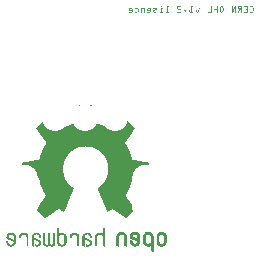
<source format=gbo>
G04 MADE WITH FRITZING*
G04 WWW.FRITZING.ORG*
G04 DOUBLE SIDED*
G04 HOLES PLATED*
G04 CONTOUR ON CENTER OF CONTOUR VECTOR*
%ASAXBY*%
%FSLAX23Y23*%
%MOIN*%
%OFA0B0*%
%SFA1.0B1.0*%
%ADD10R,0.001000X0.001000*%
%LNSILK0*%
G90*
G70*
G54D10*
X843Y1146D02*
X846Y1146D01*
X843Y1145D02*
X846Y1145D01*
X864Y1145D02*
X868Y1145D01*
X899Y1145D02*
X910Y1145D01*
X944Y1145D02*
X951Y1145D01*
X1011Y1145D02*
X1011Y1145D01*
X1020Y1145D02*
X1021Y1145D01*
X1031Y1145D02*
X1032Y1145D01*
X1045Y1145D02*
X1047Y1145D01*
X1081Y1145D02*
X1081Y1145D01*
X1090Y1145D02*
X1093Y1145D01*
X1103Y1145D02*
X1113Y1145D01*
X1121Y1145D02*
X1133Y1145D01*
X1141Y1145D02*
X1148Y1145D01*
X843Y1144D02*
X846Y1144D01*
X863Y1144D02*
X869Y1144D01*
X898Y1144D02*
X911Y1144D01*
X944Y1144D02*
X951Y1144D01*
X1010Y1144D02*
X1012Y1144D01*
X1019Y1144D02*
X1021Y1144D01*
X1030Y1144D02*
X1032Y1144D01*
X1044Y1144D02*
X1048Y1144D01*
X1080Y1144D02*
X1082Y1144D01*
X1090Y1144D02*
X1093Y1144D01*
X1101Y1144D02*
X1113Y1144D01*
X1121Y1144D02*
X1134Y1144D01*
X1141Y1144D02*
X1150Y1144D01*
X843Y1143D02*
X845Y1143D01*
X863Y1143D02*
X868Y1143D01*
X898Y1143D02*
X910Y1143D01*
X944Y1143D02*
X951Y1143D01*
X1010Y1143D02*
X1012Y1143D01*
X1019Y1143D02*
X1021Y1143D01*
X1030Y1143D02*
X1032Y1143D01*
X1043Y1143D02*
X1049Y1143D01*
X1080Y1143D02*
X1082Y1143D01*
X1089Y1143D02*
X1093Y1143D01*
X1101Y1143D02*
X1113Y1143D01*
X1121Y1143D02*
X1134Y1143D01*
X1141Y1143D02*
X1150Y1143D01*
X863Y1142D02*
X865Y1142D01*
X898Y1142D02*
X900Y1142D01*
X944Y1142D02*
X946Y1142D01*
X1010Y1142D02*
X1012Y1142D01*
X1019Y1142D02*
X1021Y1142D01*
X1030Y1142D02*
X1032Y1142D01*
X1043Y1142D02*
X1045Y1142D01*
X1047Y1142D02*
X1050Y1142D01*
X1080Y1142D02*
X1082Y1142D01*
X1089Y1142D02*
X1093Y1142D01*
X1100Y1142D02*
X1103Y1142D01*
X1111Y1142D02*
X1113Y1142D01*
X1132Y1142D02*
X1134Y1142D01*
X1149Y1142D02*
X1151Y1142D01*
X863Y1141D02*
X865Y1141D01*
X898Y1141D02*
X900Y1141D01*
X944Y1141D02*
X946Y1141D01*
X1010Y1141D02*
X1012Y1141D01*
X1019Y1141D02*
X1021Y1141D01*
X1030Y1141D02*
X1032Y1141D01*
X1042Y1141D02*
X1044Y1141D01*
X1048Y1141D02*
X1050Y1141D01*
X1080Y1141D02*
X1082Y1141D01*
X1088Y1141D02*
X1093Y1141D01*
X1100Y1141D02*
X1102Y1141D01*
X1111Y1141D02*
X1113Y1141D01*
X1132Y1141D02*
X1134Y1141D01*
X1149Y1141D02*
X1151Y1141D01*
X863Y1140D02*
X865Y1140D01*
X898Y1140D02*
X900Y1140D01*
X944Y1140D02*
X946Y1140D01*
X1010Y1140D02*
X1012Y1140D01*
X1019Y1140D02*
X1021Y1140D01*
X1030Y1140D02*
X1032Y1140D01*
X1042Y1140D02*
X1044Y1140D01*
X1048Y1140D02*
X1051Y1140D01*
X1080Y1140D02*
X1082Y1140D01*
X1088Y1140D02*
X1093Y1140D01*
X1100Y1140D02*
X1102Y1140D01*
X1111Y1140D02*
X1113Y1140D01*
X1132Y1140D02*
X1134Y1140D01*
X1150Y1140D02*
X1152Y1140D01*
X739Y1139D02*
X746Y1139D01*
X757Y1139D02*
X764Y1139D01*
X779Y1139D02*
X783Y1139D01*
X788Y1139D02*
X789Y1139D01*
X800Y1139D02*
X806Y1139D01*
X819Y1139D02*
X828Y1139D01*
X843Y1139D02*
X848Y1139D01*
X863Y1139D02*
X865Y1139D01*
X898Y1139D02*
X900Y1139D01*
X944Y1139D02*
X946Y1139D01*
X959Y1139D02*
X960Y1139D01*
X970Y1139D02*
X971Y1139D01*
X1010Y1139D02*
X1012Y1139D01*
X1019Y1139D02*
X1021Y1139D01*
X1030Y1139D02*
X1032Y1139D01*
X1041Y1139D02*
X1043Y1139D01*
X1049Y1139D02*
X1051Y1139D01*
X1080Y1139D02*
X1082Y1139D01*
X1087Y1139D02*
X1093Y1139D01*
X1100Y1139D02*
X1103Y1139D01*
X1111Y1139D02*
X1113Y1139D01*
X1132Y1139D02*
X1134Y1139D01*
X1150Y1139D02*
X1152Y1139D01*
X738Y1138D02*
X747Y1138D01*
X756Y1138D02*
X766Y1138D01*
X778Y1138D02*
X785Y1138D01*
X788Y1138D02*
X789Y1138D01*
X799Y1138D02*
X808Y1138D01*
X818Y1138D02*
X829Y1138D01*
X843Y1138D02*
X849Y1138D01*
X863Y1138D02*
X865Y1138D01*
X898Y1138D02*
X900Y1138D01*
X944Y1138D02*
X946Y1138D01*
X959Y1138D02*
X960Y1138D01*
X970Y1138D02*
X972Y1138D01*
X1010Y1138D02*
X1012Y1138D01*
X1019Y1138D02*
X1021Y1138D01*
X1030Y1138D02*
X1032Y1138D01*
X1041Y1138D02*
X1043Y1138D01*
X1049Y1138D02*
X1052Y1138D01*
X1080Y1138D02*
X1082Y1138D01*
X1087Y1138D02*
X1089Y1138D01*
X1091Y1138D02*
X1093Y1138D01*
X1101Y1138D02*
X1113Y1138D01*
X1132Y1138D02*
X1134Y1138D01*
X1151Y1138D02*
X1153Y1138D01*
X737Y1137D02*
X748Y1137D01*
X757Y1137D02*
X767Y1137D01*
X777Y1137D02*
X789Y1137D01*
X798Y1137D02*
X809Y1137D01*
X817Y1137D02*
X829Y1137D01*
X843Y1137D02*
X848Y1137D01*
X863Y1137D02*
X865Y1137D01*
X898Y1137D02*
X900Y1137D01*
X944Y1137D02*
X946Y1137D01*
X959Y1137D02*
X960Y1137D01*
X970Y1137D02*
X972Y1137D01*
X1010Y1137D02*
X1012Y1137D01*
X1019Y1137D02*
X1021Y1137D01*
X1030Y1137D02*
X1032Y1137D01*
X1040Y1137D02*
X1042Y1137D01*
X1050Y1137D02*
X1052Y1137D01*
X1080Y1137D02*
X1082Y1137D01*
X1087Y1137D02*
X1089Y1137D01*
X1091Y1137D02*
X1093Y1137D01*
X1101Y1137D02*
X1113Y1137D01*
X1132Y1137D02*
X1134Y1137D01*
X1151Y1137D02*
X1153Y1137D01*
X736Y1136D02*
X739Y1136D01*
X746Y1136D02*
X748Y1136D01*
X765Y1136D02*
X768Y1136D01*
X777Y1136D02*
X779Y1136D01*
X784Y1136D02*
X789Y1136D01*
X797Y1136D02*
X799Y1136D01*
X807Y1136D02*
X809Y1136D01*
X818Y1136D02*
X819Y1136D01*
X828Y1136D02*
X829Y1136D01*
X843Y1136D02*
X845Y1136D01*
X863Y1136D02*
X865Y1136D01*
X898Y1136D02*
X900Y1136D01*
X944Y1136D02*
X946Y1136D01*
X959Y1136D02*
X960Y1136D01*
X970Y1136D02*
X972Y1136D01*
X1010Y1136D02*
X1012Y1136D01*
X1019Y1136D02*
X1022Y1136D01*
X1030Y1136D02*
X1032Y1136D01*
X1040Y1136D02*
X1042Y1136D01*
X1050Y1136D02*
X1052Y1136D01*
X1080Y1136D02*
X1082Y1136D01*
X1086Y1136D02*
X1088Y1136D01*
X1091Y1136D02*
X1093Y1136D01*
X1103Y1136D02*
X1113Y1136D01*
X1131Y1136D02*
X1134Y1136D01*
X1152Y1136D02*
X1154Y1136D01*
X736Y1135D02*
X738Y1135D01*
X747Y1135D02*
X749Y1135D01*
X766Y1135D02*
X769Y1135D01*
X777Y1135D02*
X779Y1135D01*
X786Y1135D02*
X789Y1135D01*
X797Y1135D02*
X799Y1135D01*
X808Y1135D02*
X810Y1135D01*
X827Y1135D02*
X829Y1135D01*
X843Y1135D02*
X845Y1135D01*
X863Y1135D02*
X865Y1135D01*
X898Y1135D02*
X910Y1135D01*
X944Y1135D02*
X946Y1135D01*
X959Y1135D02*
X961Y1135D01*
X969Y1135D02*
X971Y1135D01*
X1010Y1135D02*
X1012Y1135D01*
X1019Y1135D02*
X1032Y1135D01*
X1040Y1135D02*
X1042Y1135D01*
X1051Y1135D02*
X1052Y1135D01*
X1080Y1135D02*
X1082Y1135D01*
X1086Y1135D02*
X1088Y1135D01*
X1091Y1135D02*
X1093Y1135D01*
X1106Y1135D02*
X1108Y1135D01*
X1111Y1135D02*
X1113Y1135D01*
X1126Y1135D02*
X1134Y1135D01*
X1152Y1135D02*
X1154Y1135D01*
X736Y1134D02*
X738Y1134D01*
X747Y1134D02*
X749Y1134D01*
X767Y1134D02*
X769Y1134D01*
X777Y1134D02*
X779Y1134D01*
X787Y1134D02*
X789Y1134D01*
X797Y1134D02*
X798Y1134D01*
X808Y1134D02*
X810Y1134D01*
X824Y1134D02*
X829Y1134D01*
X843Y1134D02*
X845Y1134D01*
X863Y1134D02*
X865Y1134D01*
X899Y1134D02*
X911Y1134D01*
X944Y1134D02*
X946Y1134D01*
X959Y1134D02*
X961Y1134D01*
X969Y1134D02*
X971Y1134D01*
X1010Y1134D02*
X1012Y1134D01*
X1019Y1134D02*
X1032Y1134D01*
X1040Y1134D02*
X1042Y1134D01*
X1051Y1134D02*
X1052Y1134D01*
X1080Y1134D02*
X1082Y1134D01*
X1085Y1134D02*
X1087Y1134D01*
X1091Y1134D02*
X1093Y1134D01*
X1105Y1134D02*
X1108Y1134D01*
X1111Y1134D02*
X1113Y1134D01*
X1126Y1134D02*
X1134Y1134D01*
X1152Y1134D02*
X1154Y1134D01*
X736Y1133D02*
X738Y1133D01*
X747Y1133D02*
X749Y1133D01*
X767Y1133D02*
X769Y1133D01*
X777Y1133D02*
X778Y1133D01*
X787Y1133D02*
X789Y1133D01*
X797Y1133D02*
X798Y1133D01*
X808Y1133D02*
X810Y1133D01*
X822Y1133D02*
X828Y1133D01*
X843Y1133D02*
X845Y1133D01*
X863Y1133D02*
X865Y1133D01*
X909Y1133D02*
X911Y1133D01*
X939Y1133D02*
X940Y1133D01*
X944Y1133D02*
X946Y1133D01*
X960Y1133D02*
X962Y1133D01*
X968Y1133D02*
X970Y1133D01*
X1010Y1133D02*
X1012Y1133D01*
X1019Y1133D02*
X1021Y1133D01*
X1030Y1133D02*
X1032Y1133D01*
X1040Y1133D02*
X1042Y1133D01*
X1050Y1133D02*
X1052Y1133D01*
X1080Y1133D02*
X1082Y1133D01*
X1085Y1133D02*
X1087Y1133D01*
X1091Y1133D02*
X1093Y1133D01*
X1105Y1133D02*
X1107Y1133D01*
X1111Y1133D02*
X1113Y1133D01*
X1131Y1133D02*
X1134Y1133D01*
X1152Y1133D02*
X1154Y1133D01*
X736Y1132D02*
X749Y1132D01*
X767Y1132D02*
X769Y1132D01*
X777Y1132D02*
X778Y1132D01*
X787Y1132D02*
X789Y1132D01*
X797Y1132D02*
X810Y1132D01*
X820Y1132D02*
X826Y1132D01*
X843Y1132D02*
X845Y1132D01*
X863Y1132D02*
X865Y1132D01*
X909Y1132D02*
X911Y1132D01*
X923Y1132D02*
X926Y1132D01*
X938Y1132D02*
X940Y1132D01*
X944Y1132D02*
X946Y1132D01*
X960Y1132D02*
X962Y1132D01*
X968Y1132D02*
X970Y1132D01*
X1010Y1132D02*
X1012Y1132D01*
X1019Y1132D02*
X1021Y1132D01*
X1030Y1132D02*
X1032Y1132D01*
X1040Y1132D02*
X1042Y1132D01*
X1050Y1132D02*
X1052Y1132D01*
X1080Y1132D02*
X1082Y1132D01*
X1084Y1132D02*
X1087Y1132D01*
X1091Y1132D02*
X1093Y1132D01*
X1104Y1132D02*
X1106Y1132D01*
X1111Y1132D02*
X1113Y1132D01*
X1132Y1132D02*
X1134Y1132D01*
X1151Y1132D02*
X1153Y1132D01*
X736Y1131D02*
X749Y1131D01*
X767Y1131D02*
X769Y1131D01*
X777Y1131D02*
X778Y1131D01*
X787Y1131D02*
X789Y1131D01*
X797Y1131D02*
X810Y1131D01*
X818Y1131D02*
X824Y1131D01*
X843Y1131D02*
X845Y1131D01*
X863Y1131D02*
X865Y1131D01*
X909Y1131D02*
X911Y1131D01*
X922Y1131D02*
X927Y1131D01*
X938Y1131D02*
X940Y1131D01*
X944Y1131D02*
X946Y1131D01*
X961Y1131D02*
X963Y1131D01*
X968Y1131D02*
X970Y1131D01*
X1010Y1131D02*
X1012Y1131D01*
X1019Y1131D02*
X1021Y1131D01*
X1030Y1131D02*
X1032Y1131D01*
X1041Y1131D02*
X1043Y1131D01*
X1049Y1131D02*
X1052Y1131D01*
X1080Y1131D02*
X1082Y1131D01*
X1084Y1131D02*
X1086Y1131D01*
X1091Y1131D02*
X1093Y1131D01*
X1104Y1131D02*
X1106Y1131D01*
X1111Y1131D02*
X1113Y1131D01*
X1132Y1131D02*
X1134Y1131D01*
X1151Y1131D02*
X1153Y1131D01*
X736Y1130D02*
X749Y1130D01*
X767Y1130D02*
X769Y1130D01*
X777Y1130D02*
X778Y1130D01*
X787Y1130D02*
X789Y1130D01*
X797Y1130D02*
X810Y1130D01*
X818Y1130D02*
X821Y1130D01*
X843Y1130D02*
X845Y1130D01*
X863Y1130D02*
X865Y1130D01*
X909Y1130D02*
X911Y1130D01*
X922Y1130D02*
X927Y1130D01*
X938Y1130D02*
X940Y1130D01*
X944Y1130D02*
X946Y1130D01*
X961Y1130D02*
X963Y1130D01*
X967Y1130D02*
X969Y1130D01*
X1010Y1130D02*
X1012Y1130D01*
X1019Y1130D02*
X1021Y1130D01*
X1030Y1130D02*
X1032Y1130D01*
X1041Y1130D02*
X1043Y1130D01*
X1049Y1130D02*
X1051Y1130D01*
X1080Y1130D02*
X1082Y1130D01*
X1084Y1130D02*
X1086Y1130D01*
X1091Y1130D02*
X1093Y1130D01*
X1103Y1130D02*
X1105Y1130D01*
X1111Y1130D02*
X1113Y1130D01*
X1132Y1130D02*
X1134Y1130D01*
X1150Y1130D02*
X1152Y1130D01*
X747Y1129D02*
X749Y1129D01*
X767Y1129D02*
X769Y1129D01*
X777Y1129D02*
X778Y1129D01*
X787Y1129D02*
X789Y1129D01*
X808Y1129D02*
X810Y1129D01*
X817Y1129D02*
X819Y1129D01*
X843Y1129D02*
X845Y1129D01*
X863Y1129D02*
X865Y1129D01*
X909Y1129D02*
X911Y1129D01*
X922Y1129D02*
X927Y1129D01*
X938Y1129D02*
X940Y1129D01*
X944Y1129D02*
X946Y1129D01*
X961Y1129D02*
X963Y1129D01*
X967Y1129D02*
X969Y1129D01*
X1010Y1129D02*
X1012Y1129D01*
X1019Y1129D02*
X1021Y1129D01*
X1030Y1129D02*
X1032Y1129D01*
X1042Y1129D02*
X1044Y1129D01*
X1048Y1129D02*
X1051Y1129D01*
X1080Y1129D02*
X1085Y1129D01*
X1091Y1129D02*
X1093Y1129D01*
X1102Y1129D02*
X1105Y1129D01*
X1111Y1129D02*
X1113Y1129D01*
X1132Y1129D02*
X1134Y1129D01*
X1150Y1129D02*
X1152Y1129D01*
X747Y1128D02*
X749Y1128D01*
X766Y1128D02*
X769Y1128D01*
X777Y1128D02*
X778Y1128D01*
X787Y1128D02*
X789Y1128D01*
X808Y1128D02*
X809Y1128D01*
X817Y1128D02*
X819Y1128D01*
X843Y1128D02*
X845Y1128D01*
X863Y1128D02*
X865Y1128D01*
X909Y1128D02*
X911Y1128D01*
X923Y1128D02*
X927Y1128D01*
X938Y1128D02*
X940Y1128D01*
X944Y1128D02*
X946Y1128D01*
X962Y1128D02*
X964Y1128D01*
X966Y1128D02*
X968Y1128D01*
X1010Y1128D02*
X1012Y1128D01*
X1019Y1128D02*
X1021Y1128D01*
X1030Y1128D02*
X1032Y1128D01*
X1042Y1128D02*
X1044Y1128D01*
X1048Y1128D02*
X1050Y1128D01*
X1080Y1128D02*
X1085Y1128D01*
X1091Y1128D02*
X1093Y1128D01*
X1102Y1128D02*
X1104Y1128D01*
X1111Y1128D02*
X1113Y1128D01*
X1132Y1128D02*
X1134Y1128D01*
X1149Y1128D02*
X1151Y1128D01*
X746Y1127D02*
X748Y1127D01*
X765Y1127D02*
X768Y1127D01*
X776Y1127D02*
X778Y1127D01*
X787Y1127D02*
X789Y1127D01*
X807Y1127D02*
X809Y1127D01*
X817Y1127D02*
X819Y1127D01*
X828Y1127D02*
X829Y1127D01*
X843Y1127D02*
X845Y1127D01*
X863Y1127D02*
X865Y1127D01*
X909Y1127D02*
X911Y1127D01*
X938Y1127D02*
X940Y1127D01*
X944Y1127D02*
X946Y1127D01*
X962Y1127D02*
X968Y1127D01*
X1010Y1127D02*
X1012Y1127D01*
X1019Y1127D02*
X1021Y1127D01*
X1030Y1127D02*
X1032Y1127D01*
X1043Y1127D02*
X1045Y1127D01*
X1047Y1127D02*
X1050Y1127D01*
X1080Y1127D02*
X1084Y1127D01*
X1091Y1127D02*
X1093Y1127D01*
X1101Y1127D02*
X1104Y1127D01*
X1111Y1127D02*
X1113Y1127D01*
X1132Y1127D02*
X1134Y1127D01*
X1148Y1127D02*
X1151Y1127D01*
X736Y1126D02*
X748Y1126D01*
X757Y1126D02*
X767Y1126D01*
X776Y1126D02*
X778Y1126D01*
X787Y1126D02*
X789Y1126D01*
X797Y1126D02*
X809Y1126D01*
X817Y1126D02*
X830Y1126D01*
X839Y1126D02*
X848Y1126D01*
X859Y1126D02*
X868Y1126D01*
X898Y1126D02*
X911Y1126D01*
X938Y1126D02*
X951Y1126D01*
X963Y1126D02*
X967Y1126D01*
X1000Y1126D02*
X1012Y1126D01*
X1019Y1126D02*
X1021Y1126D01*
X1030Y1126D02*
X1032Y1126D01*
X1043Y1126D02*
X1049Y1126D01*
X1080Y1126D02*
X1084Y1126D01*
X1091Y1126D02*
X1093Y1126D01*
X1101Y1126D02*
X1103Y1126D01*
X1111Y1126D02*
X1113Y1126D01*
X1121Y1126D02*
X1134Y1126D01*
X1141Y1126D02*
X1150Y1126D01*
X736Y1125D02*
X747Y1125D01*
X756Y1125D02*
X766Y1125D01*
X776Y1125D02*
X778Y1125D01*
X788Y1125D02*
X789Y1125D01*
X797Y1125D02*
X808Y1125D01*
X818Y1125D02*
X829Y1125D01*
X839Y1125D02*
X849Y1125D01*
X859Y1125D02*
X869Y1125D01*
X898Y1125D02*
X911Y1125D01*
X938Y1125D02*
X951Y1125D01*
X963Y1125D02*
X967Y1125D01*
X999Y1125D02*
X1012Y1125D01*
X1019Y1125D02*
X1021Y1125D01*
X1031Y1125D02*
X1032Y1125D01*
X1044Y1125D02*
X1048Y1125D01*
X1080Y1125D02*
X1083Y1125D01*
X1091Y1125D02*
X1093Y1125D01*
X1100Y1125D02*
X1102Y1125D01*
X1111Y1125D02*
X1113Y1125D01*
X1121Y1125D02*
X1134Y1125D01*
X1141Y1125D02*
X1150Y1125D01*
X737Y1124D02*
X745Y1124D01*
X757Y1124D02*
X764Y1124D01*
X777Y1124D02*
X778Y1124D01*
X788Y1124D02*
X789Y1124D01*
X797Y1124D02*
X806Y1124D01*
X820Y1124D02*
X827Y1124D01*
X839Y1124D02*
X848Y1124D01*
X859Y1124D02*
X868Y1124D01*
X898Y1124D02*
X911Y1124D01*
X939Y1124D02*
X951Y1124D01*
X964Y1124D02*
X966Y1124D01*
X1000Y1124D02*
X1012Y1124D01*
X1020Y1124D02*
X1021Y1124D01*
X1031Y1124D02*
X1032Y1124D01*
X1045Y1124D02*
X1047Y1124D01*
X1080Y1124D02*
X1083Y1124D01*
X1092Y1124D02*
X1092Y1124D01*
X1101Y1124D02*
X1102Y1124D01*
X1112Y1124D02*
X1113Y1124D01*
X1121Y1124D02*
X1133Y1124D01*
X1141Y1124D02*
X1148Y1124D01*
X572Y815D02*
X575Y815D01*
X605Y815D02*
X612Y815D01*
X572Y814D02*
X572Y814D01*
X608Y814D02*
X613Y814D01*
X610Y813D02*
X613Y813D01*
X612Y812D02*
X613Y812D01*
X613Y811D02*
X613Y811D01*
X733Y762D02*
X733Y762D01*
X732Y761D02*
X734Y761D01*
X732Y760D02*
X735Y760D01*
X732Y759D02*
X736Y759D01*
X448Y758D02*
X448Y758D01*
X731Y758D02*
X737Y758D01*
X447Y757D02*
X449Y757D01*
X731Y757D02*
X738Y757D01*
X446Y756D02*
X449Y756D01*
X731Y756D02*
X739Y756D01*
X445Y755D02*
X450Y755D01*
X730Y755D02*
X740Y755D01*
X444Y754D02*
X450Y754D01*
X730Y754D02*
X741Y754D01*
X443Y753D02*
X450Y753D01*
X629Y753D02*
X633Y753D01*
X729Y753D02*
X742Y753D01*
X442Y752D02*
X451Y752D01*
X548Y752D02*
X551Y752D01*
X629Y752D02*
X637Y752D01*
X729Y752D02*
X743Y752D01*
X441Y751D02*
X452Y751D01*
X545Y751D02*
X552Y751D01*
X628Y751D02*
X640Y751D01*
X728Y751D02*
X744Y751D01*
X440Y750D02*
X452Y750D01*
X542Y750D02*
X552Y750D01*
X627Y750D02*
X643Y750D01*
X727Y750D02*
X745Y750D01*
X439Y749D02*
X453Y749D01*
X539Y749D02*
X553Y749D01*
X627Y749D02*
X646Y749D01*
X727Y749D02*
X746Y749D01*
X438Y748D02*
X454Y748D01*
X536Y748D02*
X554Y748D01*
X626Y748D02*
X648Y748D01*
X726Y748D02*
X747Y748D01*
X437Y747D02*
X454Y747D01*
X534Y747D02*
X554Y747D01*
X625Y747D02*
X651Y747D01*
X725Y747D02*
X748Y747D01*
X436Y746D02*
X455Y746D01*
X531Y746D02*
X555Y746D01*
X625Y746D02*
X653Y746D01*
X725Y746D02*
X749Y746D01*
X435Y745D02*
X456Y745D01*
X529Y745D02*
X556Y745D01*
X624Y745D02*
X656Y745D01*
X724Y745D02*
X750Y745D01*
X434Y744D02*
X457Y744D01*
X527Y744D02*
X557Y744D01*
X623Y744D02*
X657Y744D01*
X723Y744D02*
X751Y744D01*
X433Y743D02*
X458Y743D01*
X525Y743D02*
X558Y743D01*
X622Y743D02*
X658Y743D01*
X722Y743D02*
X752Y743D01*
X432Y742D02*
X459Y742D01*
X523Y742D02*
X559Y742D01*
X621Y742D02*
X659Y742D01*
X721Y742D02*
X753Y742D01*
X431Y741D02*
X460Y741D01*
X521Y741D02*
X560Y741D01*
X620Y741D02*
X660Y741D01*
X720Y741D02*
X754Y741D01*
X430Y740D02*
X461Y740D01*
X519Y740D02*
X561Y740D01*
X619Y740D02*
X661Y740D01*
X719Y740D02*
X755Y740D01*
X429Y739D02*
X462Y739D01*
X518Y739D02*
X562Y739D01*
X618Y739D02*
X662Y739D01*
X718Y739D02*
X756Y739D01*
X428Y738D02*
X464Y738D01*
X516Y738D02*
X564Y738D01*
X616Y738D02*
X664Y738D01*
X716Y738D02*
X756Y738D01*
X429Y737D02*
X465Y737D01*
X515Y737D02*
X565Y737D01*
X615Y737D02*
X665Y737D01*
X715Y737D02*
X756Y737D01*
X430Y736D02*
X467Y736D01*
X513Y736D02*
X567Y736D01*
X613Y736D02*
X667Y736D01*
X713Y736D02*
X755Y736D01*
X430Y735D02*
X468Y735D01*
X512Y735D02*
X568Y735D01*
X612Y735D02*
X668Y735D01*
X712Y735D02*
X754Y735D01*
X431Y734D02*
X470Y734D01*
X510Y734D02*
X570Y734D01*
X610Y734D02*
X670Y734D01*
X710Y734D02*
X754Y734D01*
X432Y733D02*
X472Y733D01*
X508Y733D02*
X572Y733D01*
X608Y733D02*
X672Y733D01*
X708Y733D02*
X753Y733D01*
X433Y732D02*
X475Y732D01*
X505Y732D02*
X575Y732D01*
X605Y732D02*
X675Y732D01*
X705Y732D02*
X752Y732D01*
X433Y731D02*
X478Y731D01*
X501Y731D02*
X578Y731D01*
X601Y731D02*
X678Y731D01*
X701Y731D02*
X751Y731D01*
X434Y730D02*
X483Y730D01*
X496Y730D02*
X583Y730D01*
X596Y730D02*
X683Y730D01*
X696Y730D02*
X751Y730D01*
X435Y729D02*
X750Y729D01*
X435Y728D02*
X749Y728D01*
X436Y727D02*
X749Y727D01*
X437Y726D02*
X748Y726D01*
X437Y725D02*
X747Y725D01*
X438Y724D02*
X747Y724D01*
X439Y723D02*
X746Y723D01*
X439Y722D02*
X745Y722D01*
X440Y721D02*
X745Y721D01*
X441Y720D02*
X744Y720D01*
X441Y719D02*
X743Y719D01*
X442Y718D02*
X743Y718D01*
X443Y717D02*
X742Y717D01*
X443Y716D02*
X741Y716D01*
X444Y715D02*
X741Y715D01*
X445Y714D02*
X740Y714D01*
X446Y713D02*
X739Y713D01*
X446Y712D02*
X738Y712D01*
X447Y711D02*
X738Y711D01*
X448Y710D02*
X737Y710D01*
X448Y709D02*
X736Y709D01*
X449Y708D02*
X736Y708D01*
X450Y707D02*
X735Y707D01*
X450Y706D02*
X734Y706D01*
X451Y705D02*
X734Y705D01*
X452Y704D02*
X733Y704D01*
X452Y703D02*
X732Y703D01*
X453Y702D02*
X732Y702D01*
X454Y701D02*
X731Y701D01*
X454Y700D02*
X730Y700D01*
X455Y699D02*
X730Y699D01*
X456Y698D02*
X729Y698D01*
X457Y697D02*
X728Y697D01*
X457Y696D02*
X727Y696D01*
X458Y695D02*
X727Y695D01*
X459Y694D02*
X726Y694D01*
X459Y693D02*
X725Y693D01*
X460Y692D02*
X725Y692D01*
X461Y691D02*
X724Y691D01*
X461Y690D02*
X723Y690D01*
X462Y689D02*
X723Y689D01*
X461Y688D02*
X724Y688D01*
X461Y687D02*
X724Y687D01*
X460Y686D02*
X725Y686D01*
X459Y685D02*
X725Y685D01*
X459Y684D02*
X726Y684D01*
X458Y683D02*
X727Y683D01*
X457Y682D02*
X727Y682D01*
X457Y681D02*
X728Y681D01*
X456Y680D02*
X728Y680D01*
X456Y679D02*
X729Y679D01*
X455Y678D02*
X589Y678D01*
X595Y678D02*
X730Y678D01*
X454Y677D02*
X579Y677D01*
X605Y677D02*
X730Y677D01*
X454Y676D02*
X574Y676D01*
X610Y676D02*
X731Y676D01*
X453Y675D02*
X570Y675D01*
X614Y675D02*
X731Y675D01*
X453Y674D02*
X567Y674D01*
X617Y674D02*
X732Y674D01*
X452Y673D02*
X565Y673D01*
X620Y673D02*
X732Y673D01*
X452Y672D02*
X562Y672D01*
X623Y672D02*
X733Y672D01*
X451Y671D02*
X560Y671D01*
X625Y671D02*
X733Y671D01*
X451Y670D02*
X558Y670D01*
X627Y670D02*
X734Y670D01*
X450Y669D02*
X556Y669D01*
X629Y669D02*
X734Y669D01*
X450Y668D02*
X554Y668D01*
X631Y668D02*
X735Y668D01*
X449Y667D02*
X552Y667D01*
X632Y667D02*
X735Y667D01*
X449Y666D02*
X551Y666D01*
X634Y666D02*
X736Y666D01*
X448Y665D02*
X549Y665D01*
X635Y665D02*
X736Y665D01*
X448Y664D02*
X548Y664D01*
X637Y664D02*
X737Y664D01*
X448Y663D02*
X547Y663D01*
X638Y663D02*
X737Y663D01*
X447Y662D02*
X545Y662D01*
X639Y662D02*
X738Y662D01*
X447Y661D02*
X544Y661D01*
X641Y661D02*
X738Y661D01*
X446Y660D02*
X543Y660D01*
X642Y660D02*
X738Y660D01*
X446Y659D02*
X542Y659D01*
X643Y659D02*
X739Y659D01*
X446Y658D02*
X541Y658D01*
X644Y658D02*
X739Y658D01*
X445Y657D02*
X539Y657D01*
X645Y657D02*
X740Y657D01*
X445Y656D02*
X538Y656D01*
X646Y656D02*
X740Y656D01*
X444Y655D02*
X537Y655D01*
X647Y655D02*
X740Y655D01*
X444Y654D02*
X537Y654D01*
X648Y654D02*
X741Y654D01*
X444Y653D02*
X536Y653D01*
X649Y653D02*
X741Y653D01*
X443Y652D02*
X535Y652D01*
X650Y652D02*
X741Y652D01*
X443Y651D02*
X534Y651D01*
X651Y651D02*
X742Y651D01*
X443Y650D02*
X533Y650D01*
X652Y650D02*
X742Y650D01*
X442Y649D02*
X532Y649D01*
X652Y649D02*
X742Y649D01*
X442Y648D02*
X532Y648D01*
X653Y648D02*
X743Y648D01*
X442Y647D02*
X531Y647D01*
X654Y647D02*
X743Y647D01*
X441Y646D02*
X530Y646D01*
X655Y646D02*
X743Y646D01*
X441Y645D02*
X529Y645D01*
X655Y645D02*
X744Y645D01*
X441Y644D02*
X529Y644D01*
X656Y644D02*
X744Y644D01*
X441Y643D02*
X528Y643D01*
X657Y643D02*
X744Y643D01*
X440Y642D02*
X527Y642D01*
X657Y642D02*
X744Y642D01*
X440Y641D02*
X527Y641D01*
X658Y641D02*
X745Y641D01*
X440Y640D02*
X526Y640D01*
X658Y640D02*
X745Y640D01*
X439Y639D02*
X526Y639D01*
X659Y639D02*
X745Y639D01*
X439Y638D02*
X525Y638D01*
X660Y638D02*
X745Y638D01*
X439Y637D02*
X525Y637D01*
X660Y637D02*
X746Y637D01*
X439Y636D02*
X524Y636D01*
X661Y636D02*
X746Y636D01*
X438Y635D02*
X524Y635D01*
X661Y635D02*
X746Y635D01*
X438Y634D02*
X523Y634D01*
X662Y634D02*
X747Y634D01*
X432Y633D02*
X523Y633D01*
X662Y633D02*
X752Y633D01*
X427Y632D02*
X522Y632D01*
X663Y632D02*
X758Y632D01*
X422Y631D02*
X522Y631D01*
X663Y631D02*
X763Y631D01*
X416Y630D02*
X521Y630D01*
X663Y630D02*
X768Y630D01*
X411Y629D02*
X521Y629D01*
X664Y629D02*
X774Y629D01*
X405Y628D02*
X521Y628D01*
X664Y628D02*
X779Y628D01*
X400Y627D02*
X520Y627D01*
X664Y627D02*
X785Y627D01*
X395Y626D02*
X520Y626D01*
X665Y626D02*
X790Y626D01*
X389Y625D02*
X520Y625D01*
X665Y625D02*
X795Y625D01*
X384Y624D02*
X519Y624D01*
X665Y624D02*
X801Y624D01*
X380Y623D02*
X519Y623D01*
X666Y623D02*
X804Y623D01*
X380Y622D02*
X519Y622D01*
X666Y622D02*
X804Y622D01*
X380Y621D02*
X519Y621D01*
X666Y621D02*
X804Y621D01*
X380Y620D02*
X518Y620D01*
X666Y620D02*
X804Y620D01*
X380Y619D02*
X518Y619D01*
X667Y619D02*
X804Y619D01*
X380Y618D02*
X518Y618D01*
X667Y618D02*
X804Y618D01*
X380Y617D02*
X518Y617D01*
X667Y617D02*
X804Y617D01*
X380Y616D02*
X517Y616D01*
X667Y616D02*
X804Y616D01*
X380Y615D02*
X381Y615D01*
X399Y615D02*
X517Y615D01*
X667Y615D02*
X781Y615D01*
X799Y615D02*
X804Y615D01*
X403Y614D02*
X517Y614D01*
X668Y614D02*
X777Y614D01*
X803Y614D02*
X804Y614D01*
X406Y613D02*
X517Y613D01*
X668Y613D02*
X774Y613D01*
X408Y612D02*
X517Y612D01*
X668Y612D02*
X771Y612D01*
X410Y611D02*
X517Y611D01*
X668Y611D02*
X769Y611D01*
X412Y610D02*
X517Y610D01*
X668Y610D02*
X768Y610D01*
X414Y609D02*
X517Y609D01*
X668Y609D02*
X766Y609D01*
X415Y608D02*
X516Y608D01*
X668Y608D02*
X765Y608D01*
X416Y607D02*
X516Y607D01*
X668Y607D02*
X763Y607D01*
X418Y606D02*
X516Y606D01*
X668Y606D02*
X762Y606D01*
X419Y605D02*
X516Y605D01*
X668Y605D02*
X761Y605D01*
X420Y604D02*
X516Y604D01*
X668Y604D02*
X760Y604D01*
X421Y603D02*
X516Y603D01*
X668Y603D02*
X759Y603D01*
X422Y602D02*
X516Y602D01*
X669Y602D02*
X758Y602D01*
X423Y601D02*
X516Y601D01*
X668Y601D02*
X757Y601D01*
X424Y600D02*
X516Y600D01*
X668Y600D02*
X756Y600D01*
X424Y599D02*
X516Y599D01*
X668Y599D02*
X755Y599D01*
X425Y598D02*
X516Y598D01*
X668Y598D02*
X755Y598D01*
X426Y597D02*
X516Y597D01*
X668Y597D02*
X754Y597D01*
X426Y596D02*
X516Y596D01*
X668Y596D02*
X753Y596D01*
X427Y595D02*
X517Y595D01*
X668Y595D02*
X753Y595D01*
X428Y594D02*
X517Y594D01*
X668Y594D02*
X752Y594D01*
X428Y593D02*
X517Y593D01*
X668Y593D02*
X752Y593D01*
X429Y592D02*
X517Y592D01*
X668Y592D02*
X751Y592D01*
X429Y591D02*
X517Y591D01*
X668Y591D02*
X751Y591D01*
X430Y590D02*
X517Y590D01*
X667Y590D02*
X750Y590D01*
X430Y589D02*
X517Y589D01*
X667Y589D02*
X750Y589D01*
X430Y588D02*
X518Y588D01*
X667Y588D02*
X749Y588D01*
X431Y587D02*
X518Y587D01*
X667Y587D02*
X749Y587D01*
X431Y586D02*
X518Y586D01*
X667Y586D02*
X749Y586D01*
X431Y585D02*
X518Y585D01*
X666Y585D02*
X749Y585D01*
X431Y584D02*
X518Y584D01*
X666Y584D02*
X748Y584D01*
X432Y583D02*
X519Y583D01*
X666Y583D02*
X748Y583D01*
X432Y582D02*
X519Y582D01*
X666Y582D02*
X748Y582D01*
X432Y581D02*
X519Y581D01*
X665Y581D02*
X748Y581D01*
X432Y580D02*
X520Y580D01*
X665Y580D02*
X747Y580D01*
X432Y579D02*
X520Y579D01*
X665Y579D02*
X747Y579D01*
X433Y578D02*
X520Y578D01*
X664Y578D02*
X747Y578D01*
X433Y577D02*
X521Y577D01*
X664Y577D02*
X747Y577D01*
X433Y576D02*
X521Y576D01*
X664Y576D02*
X747Y576D01*
X433Y575D02*
X521Y575D01*
X663Y575D02*
X747Y575D01*
X433Y574D02*
X522Y574D01*
X663Y574D02*
X747Y574D01*
X433Y573D02*
X522Y573D01*
X663Y573D02*
X747Y573D01*
X435Y572D02*
X523Y572D01*
X662Y572D02*
X747Y572D01*
X437Y571D02*
X523Y571D01*
X662Y571D02*
X747Y571D01*
X437Y570D02*
X523Y570D01*
X661Y570D02*
X747Y570D01*
X438Y569D02*
X524Y569D01*
X661Y569D02*
X747Y569D01*
X438Y568D02*
X524Y568D01*
X660Y568D02*
X747Y568D01*
X438Y567D02*
X525Y567D01*
X660Y567D02*
X747Y567D01*
X438Y566D02*
X526Y566D01*
X659Y566D02*
X746Y566D01*
X439Y565D02*
X526Y565D01*
X659Y565D02*
X746Y565D01*
X439Y564D02*
X527Y564D01*
X658Y564D02*
X746Y564D01*
X439Y563D02*
X527Y563D01*
X657Y563D02*
X746Y563D01*
X439Y562D02*
X528Y562D01*
X657Y562D02*
X745Y562D01*
X440Y561D02*
X529Y561D01*
X656Y561D02*
X745Y561D01*
X440Y560D02*
X529Y560D01*
X655Y560D02*
X745Y560D01*
X440Y559D02*
X530Y559D01*
X655Y559D02*
X745Y559D01*
X440Y558D02*
X531Y558D01*
X654Y558D02*
X744Y558D01*
X441Y557D02*
X531Y557D01*
X653Y557D02*
X744Y557D01*
X441Y556D02*
X532Y556D01*
X653Y556D02*
X744Y556D01*
X441Y555D02*
X533Y555D01*
X652Y555D02*
X743Y555D01*
X441Y554D02*
X534Y554D01*
X651Y554D02*
X743Y554D01*
X442Y553D02*
X535Y553D01*
X650Y553D02*
X743Y553D01*
X442Y552D02*
X535Y552D01*
X649Y552D02*
X743Y552D01*
X442Y551D02*
X536Y551D01*
X648Y551D02*
X742Y551D01*
X443Y550D02*
X537Y550D01*
X647Y550D02*
X742Y550D01*
X443Y549D02*
X538Y549D01*
X646Y549D02*
X742Y549D01*
X443Y548D02*
X539Y548D01*
X645Y548D02*
X741Y548D01*
X444Y547D02*
X540Y547D01*
X644Y547D02*
X741Y547D01*
X444Y546D02*
X541Y546D01*
X643Y546D02*
X740Y546D01*
X445Y545D02*
X543Y545D01*
X642Y545D02*
X740Y545D01*
X445Y544D02*
X544Y544D01*
X641Y544D02*
X740Y544D01*
X445Y543D02*
X545Y543D01*
X640Y543D02*
X739Y543D01*
X446Y542D02*
X546Y542D01*
X638Y542D02*
X739Y542D01*
X446Y541D02*
X548Y541D01*
X637Y541D02*
X739Y541D01*
X446Y540D02*
X549Y540D01*
X636Y540D02*
X738Y540D01*
X447Y539D02*
X551Y539D01*
X634Y539D02*
X738Y539D01*
X447Y538D02*
X552Y538D01*
X633Y538D02*
X737Y538D01*
X448Y537D02*
X552Y537D01*
X633Y537D02*
X737Y537D01*
X448Y536D02*
X552Y536D01*
X633Y536D02*
X736Y536D01*
X449Y535D02*
X551Y535D01*
X633Y535D02*
X736Y535D01*
X449Y534D02*
X551Y534D01*
X634Y534D02*
X736Y534D01*
X450Y533D02*
X550Y533D01*
X634Y533D02*
X735Y533D01*
X450Y532D02*
X550Y532D01*
X635Y532D02*
X735Y532D01*
X451Y531D02*
X550Y531D01*
X635Y531D02*
X734Y531D01*
X451Y530D02*
X549Y530D01*
X635Y530D02*
X734Y530D01*
X452Y529D02*
X549Y529D01*
X636Y529D02*
X733Y529D01*
X452Y528D02*
X548Y528D01*
X636Y528D02*
X733Y528D01*
X453Y527D02*
X548Y527D01*
X637Y527D02*
X732Y527D01*
X453Y526D02*
X548Y526D01*
X637Y526D02*
X732Y526D01*
X454Y525D02*
X547Y525D01*
X638Y525D02*
X731Y525D01*
X454Y524D02*
X547Y524D01*
X638Y524D02*
X730Y524D01*
X455Y523D02*
X546Y523D01*
X638Y523D02*
X730Y523D01*
X455Y522D02*
X546Y522D01*
X639Y522D02*
X729Y522D01*
X456Y521D02*
X545Y521D01*
X639Y521D02*
X729Y521D01*
X456Y520D02*
X545Y520D01*
X640Y520D02*
X728Y520D01*
X457Y519D02*
X545Y519D01*
X640Y519D02*
X728Y519D01*
X458Y518D02*
X544Y518D01*
X640Y518D02*
X727Y518D01*
X458Y517D02*
X544Y517D01*
X641Y517D02*
X726Y517D01*
X459Y516D02*
X543Y516D01*
X641Y516D02*
X726Y516D01*
X460Y515D02*
X543Y515D01*
X642Y515D02*
X725Y515D01*
X460Y514D02*
X543Y514D01*
X642Y514D02*
X725Y514D01*
X460Y513D02*
X542Y513D01*
X643Y513D02*
X725Y513D01*
X459Y512D02*
X542Y512D01*
X643Y512D02*
X726Y512D01*
X458Y511D02*
X541Y511D01*
X643Y511D02*
X726Y511D01*
X457Y510D02*
X541Y510D01*
X644Y510D02*
X727Y510D01*
X457Y509D02*
X540Y509D01*
X644Y509D02*
X728Y509D01*
X456Y508D02*
X540Y508D01*
X645Y508D02*
X729Y508D01*
X455Y507D02*
X540Y507D01*
X645Y507D02*
X729Y507D01*
X455Y506D02*
X539Y506D01*
X645Y506D02*
X730Y506D01*
X454Y505D02*
X539Y505D01*
X646Y505D02*
X731Y505D01*
X453Y504D02*
X538Y504D01*
X646Y504D02*
X731Y504D01*
X453Y503D02*
X538Y503D01*
X647Y503D02*
X732Y503D01*
X452Y502D02*
X538Y502D01*
X647Y502D02*
X733Y502D01*
X451Y501D02*
X537Y501D01*
X647Y501D02*
X733Y501D01*
X451Y500D02*
X537Y500D01*
X648Y500D02*
X734Y500D01*
X450Y499D02*
X536Y499D01*
X648Y499D02*
X735Y499D01*
X449Y498D02*
X536Y498D01*
X649Y498D02*
X735Y498D01*
X449Y497D02*
X536Y497D01*
X649Y497D02*
X736Y497D01*
X448Y496D02*
X535Y496D01*
X650Y496D02*
X737Y496D01*
X447Y495D02*
X535Y495D01*
X650Y495D02*
X737Y495D01*
X447Y494D02*
X534Y494D01*
X650Y494D02*
X738Y494D01*
X446Y493D02*
X534Y493D01*
X651Y493D02*
X739Y493D01*
X445Y492D02*
X533Y492D01*
X651Y492D02*
X740Y492D01*
X444Y491D02*
X533Y491D01*
X652Y491D02*
X740Y491D01*
X444Y490D02*
X533Y490D01*
X652Y490D02*
X741Y490D01*
X443Y489D02*
X532Y489D01*
X652Y489D02*
X742Y489D01*
X442Y488D02*
X532Y488D01*
X653Y488D02*
X742Y488D01*
X442Y487D02*
X531Y487D01*
X653Y487D02*
X743Y487D01*
X441Y486D02*
X531Y486D01*
X654Y486D02*
X744Y486D01*
X440Y485D02*
X531Y485D01*
X654Y485D02*
X744Y485D01*
X440Y484D02*
X530Y484D01*
X655Y484D02*
X745Y484D01*
X439Y483D02*
X530Y483D01*
X655Y483D02*
X746Y483D01*
X438Y482D02*
X529Y482D01*
X655Y482D02*
X746Y482D01*
X438Y481D02*
X529Y481D01*
X656Y481D02*
X747Y481D01*
X437Y480D02*
X528Y480D01*
X656Y480D02*
X747Y480D01*
X436Y479D02*
X528Y479D01*
X657Y479D02*
X747Y479D01*
X436Y478D02*
X528Y478D01*
X657Y478D02*
X747Y478D01*
X435Y477D02*
X527Y477D01*
X657Y477D02*
X747Y477D01*
X434Y476D02*
X527Y476D01*
X658Y476D02*
X747Y476D01*
X433Y475D02*
X526Y475D01*
X658Y475D02*
X747Y475D01*
X433Y474D02*
X526Y474D01*
X659Y474D02*
X747Y474D01*
X433Y473D02*
X526Y473D01*
X659Y473D02*
X747Y473D01*
X433Y472D02*
X525Y472D01*
X660Y472D02*
X747Y472D01*
X433Y471D02*
X525Y471D01*
X660Y471D02*
X747Y471D01*
X433Y470D02*
X524Y470D01*
X660Y470D02*
X747Y470D01*
X433Y469D02*
X501Y469D01*
X505Y469D02*
X524Y469D01*
X661Y469D02*
X680Y469D01*
X683Y469D02*
X747Y469D01*
X432Y468D02*
X500Y468D01*
X506Y468D02*
X524Y468D01*
X661Y468D02*
X679Y468D01*
X685Y468D02*
X747Y468D01*
X432Y467D02*
X498Y467D01*
X508Y467D02*
X523Y467D01*
X662Y467D02*
X677Y467D01*
X686Y467D02*
X747Y467D01*
X432Y466D02*
X497Y466D01*
X509Y466D02*
X523Y466D01*
X662Y466D02*
X675Y466D01*
X688Y466D02*
X748Y466D01*
X432Y465D02*
X495Y465D01*
X511Y465D02*
X522Y465D01*
X662Y465D02*
X674Y465D01*
X689Y465D02*
X748Y465D01*
X432Y464D02*
X494Y464D01*
X512Y464D02*
X522Y464D01*
X663Y464D02*
X672Y464D01*
X691Y464D02*
X748Y464D01*
X432Y463D02*
X493Y463D01*
X514Y463D02*
X521Y463D01*
X663Y463D02*
X670Y463D01*
X692Y463D02*
X748Y463D01*
X433Y462D02*
X491Y462D01*
X516Y462D02*
X521Y462D01*
X664Y462D02*
X669Y462D01*
X694Y462D02*
X749Y462D01*
X434Y461D02*
X490Y461D01*
X518Y461D02*
X521Y461D01*
X664Y461D02*
X667Y461D01*
X695Y461D02*
X749Y461D01*
X435Y460D02*
X488Y460D01*
X520Y460D02*
X520Y460D01*
X664Y460D02*
X665Y460D01*
X697Y460D02*
X749Y460D01*
X436Y459D02*
X487Y459D01*
X698Y459D02*
X748Y459D01*
X437Y458D02*
X485Y458D01*
X699Y458D02*
X747Y458D01*
X438Y457D02*
X484Y457D01*
X701Y457D02*
X746Y457D01*
X439Y456D02*
X482Y456D01*
X702Y456D02*
X745Y456D01*
X440Y455D02*
X481Y455D01*
X704Y455D02*
X744Y455D01*
X441Y454D02*
X479Y454D01*
X705Y454D02*
X743Y454D01*
X442Y453D02*
X478Y453D01*
X707Y453D02*
X742Y453D01*
X443Y452D02*
X477Y452D01*
X708Y452D02*
X741Y452D01*
X444Y451D02*
X475Y451D01*
X710Y451D02*
X740Y451D01*
X445Y450D02*
X474Y450D01*
X711Y450D02*
X739Y450D01*
X446Y449D02*
X472Y449D01*
X713Y449D02*
X738Y449D01*
X447Y448D02*
X471Y448D01*
X714Y448D02*
X737Y448D01*
X448Y447D02*
X469Y447D01*
X715Y447D02*
X736Y447D01*
X449Y446D02*
X468Y446D01*
X717Y446D02*
X735Y446D01*
X450Y445D02*
X466Y445D01*
X718Y445D02*
X735Y445D01*
X451Y444D02*
X465Y444D01*
X720Y444D02*
X734Y444D01*
X452Y443D02*
X463Y443D01*
X721Y443D02*
X733Y443D01*
X453Y442D02*
X462Y442D01*
X723Y442D02*
X732Y442D01*
X454Y441D02*
X460Y441D01*
X724Y441D02*
X731Y441D01*
X455Y440D02*
X459Y440D01*
X726Y440D02*
X730Y440D01*
X456Y439D02*
X458Y439D01*
X727Y439D02*
X729Y439D01*
X497Y407D02*
X497Y407D01*
X649Y407D02*
X649Y407D01*
X497Y406D02*
X500Y406D01*
X649Y406D02*
X652Y406D01*
X497Y405D02*
X502Y405D01*
X649Y405D02*
X654Y405D01*
X497Y404D02*
X503Y404D01*
X649Y404D02*
X655Y404D01*
X497Y403D02*
X503Y403D01*
X649Y403D02*
X655Y403D01*
X497Y402D02*
X503Y402D01*
X649Y402D02*
X655Y402D01*
X497Y401D02*
X503Y401D01*
X649Y401D02*
X655Y401D01*
X497Y400D02*
X503Y400D01*
X649Y400D02*
X655Y400D01*
X497Y399D02*
X503Y399D01*
X649Y399D02*
X655Y399D01*
X497Y398D02*
X503Y398D01*
X649Y398D02*
X655Y398D01*
X497Y397D02*
X503Y397D01*
X649Y397D02*
X655Y397D01*
X497Y396D02*
X503Y396D01*
X649Y396D02*
X655Y396D01*
X497Y395D02*
X503Y395D01*
X649Y395D02*
X655Y395D01*
X497Y394D02*
X503Y394D01*
X649Y394D02*
X655Y394D01*
X497Y393D02*
X503Y393D01*
X649Y393D02*
X655Y393D01*
X708Y393D02*
X716Y393D01*
X753Y393D02*
X761Y393D01*
X797Y393D02*
X805Y393D01*
X842Y393D02*
X849Y393D01*
X497Y392D02*
X503Y392D01*
X649Y392D02*
X655Y392D01*
X705Y392D02*
X719Y392D01*
X750Y392D02*
X763Y392D01*
X794Y392D02*
X808Y392D01*
X839Y392D02*
X852Y392D01*
X497Y391D02*
X503Y391D01*
X649Y391D02*
X655Y391D01*
X704Y391D02*
X721Y391D01*
X748Y391D02*
X765Y391D01*
X792Y391D02*
X810Y391D01*
X837Y391D02*
X854Y391D01*
X339Y390D02*
X349Y390D01*
X381Y390D02*
X391Y390D01*
X423Y390D02*
X433Y390D01*
X451Y390D02*
X452Y390D01*
X468Y390D02*
X469Y390D01*
X484Y390D02*
X485Y390D01*
X497Y390D02*
X503Y390D01*
X508Y390D02*
X518Y390D01*
X550Y390D02*
X560Y390D01*
X592Y390D02*
X602Y390D01*
X635Y390D02*
X644Y390D01*
X649Y390D02*
X655Y390D01*
X702Y390D02*
X722Y390D01*
X747Y390D02*
X767Y390D01*
X791Y390D02*
X811Y390D01*
X835Y390D02*
X856Y390D01*
X337Y389D02*
X351Y389D01*
X379Y389D02*
X393Y389D01*
X421Y389D02*
X435Y389D01*
X451Y389D02*
X455Y389D01*
X468Y389D02*
X471Y389D01*
X484Y389D02*
X487Y389D01*
X497Y389D02*
X503Y389D01*
X506Y389D02*
X520Y389D01*
X548Y389D02*
X562Y389D01*
X590Y389D02*
X604Y389D01*
X633Y389D02*
X647Y389D01*
X649Y389D02*
X655Y389D01*
X701Y389D02*
X723Y389D01*
X745Y389D02*
X768Y389D01*
X790Y389D02*
X812Y389D01*
X834Y389D02*
X857Y389D01*
X335Y388D02*
X352Y388D01*
X377Y388D02*
X395Y388D01*
X419Y388D02*
X437Y388D01*
X451Y388D02*
X457Y388D01*
X468Y388D02*
X473Y388D01*
X484Y388D02*
X489Y388D01*
X497Y388D02*
X521Y388D01*
X546Y388D02*
X564Y388D01*
X589Y388D02*
X606Y388D01*
X631Y388D02*
X655Y388D01*
X700Y388D02*
X724Y388D01*
X744Y388D02*
X769Y388D01*
X789Y388D02*
X813Y388D01*
X833Y388D02*
X858Y388D01*
X334Y387D02*
X354Y387D01*
X376Y387D02*
X396Y387D01*
X418Y387D02*
X438Y387D01*
X451Y387D02*
X457Y387D01*
X468Y387D02*
X473Y387D01*
X484Y387D02*
X490Y387D01*
X497Y387D02*
X523Y387D01*
X545Y387D02*
X565Y387D01*
X587Y387D02*
X607Y387D01*
X630Y387D02*
X655Y387D01*
X699Y387D02*
X725Y387D01*
X743Y387D02*
X770Y387D01*
X788Y387D02*
X814Y387D01*
X832Y387D02*
X859Y387D01*
X333Y386D02*
X355Y386D01*
X375Y386D02*
X397Y386D01*
X417Y386D02*
X439Y386D01*
X451Y386D02*
X457Y386D01*
X468Y386D02*
X473Y386D01*
X484Y386D02*
X490Y386D01*
X497Y386D02*
X524Y386D01*
X544Y386D02*
X566Y386D01*
X586Y386D02*
X608Y386D01*
X629Y386D02*
X655Y386D01*
X698Y386D02*
X726Y386D01*
X743Y386D02*
X771Y386D01*
X787Y386D02*
X815Y386D01*
X832Y386D02*
X859Y386D01*
X332Y385D02*
X356Y385D01*
X374Y385D02*
X398Y385D01*
X416Y385D02*
X440Y385D01*
X451Y385D02*
X457Y385D01*
X468Y385D02*
X473Y385D01*
X484Y385D02*
X490Y385D01*
X497Y385D02*
X525Y385D01*
X543Y385D02*
X567Y385D01*
X585Y385D02*
X609Y385D01*
X628Y385D02*
X655Y385D01*
X698Y385D02*
X727Y385D01*
X742Y385D02*
X771Y385D01*
X787Y385D02*
X815Y385D01*
X831Y385D02*
X860Y385D01*
X331Y384D02*
X356Y384D01*
X373Y384D02*
X399Y384D01*
X416Y384D02*
X427Y384D01*
X429Y384D02*
X441Y384D01*
X451Y384D02*
X457Y384D01*
X468Y384D02*
X473Y384D01*
X484Y384D02*
X490Y384D01*
X497Y384D02*
X525Y384D01*
X542Y384D02*
X568Y384D01*
X585Y384D02*
X596Y384D01*
X599Y384D02*
X610Y384D01*
X627Y384D02*
X655Y384D01*
X697Y384D02*
X727Y384D01*
X742Y384D02*
X772Y384D01*
X786Y384D02*
X816Y384D01*
X830Y384D02*
X861Y384D01*
X330Y383D02*
X339Y383D01*
X348Y383D02*
X357Y383D01*
X373Y383D02*
X381Y383D01*
X391Y383D02*
X399Y383D01*
X415Y383D02*
X424Y383D01*
X433Y383D02*
X441Y383D01*
X451Y383D02*
X457Y383D01*
X468Y383D02*
X473Y383D01*
X484Y383D02*
X490Y383D01*
X497Y383D02*
X508Y383D01*
X518Y383D02*
X526Y383D01*
X542Y383D02*
X550Y383D01*
X560Y383D02*
X568Y383D01*
X584Y383D02*
X593Y383D01*
X602Y383D02*
X610Y383D01*
X626Y383D02*
X635Y383D01*
X644Y383D02*
X655Y383D01*
X697Y383D02*
X708Y383D01*
X716Y383D02*
X728Y383D01*
X741Y383D02*
X752Y383D01*
X761Y383D02*
X772Y383D01*
X785Y383D02*
X797Y383D01*
X805Y383D02*
X817Y383D01*
X830Y383D02*
X841Y383D01*
X850Y383D02*
X861Y383D01*
X330Y382D02*
X337Y382D01*
X350Y382D02*
X358Y382D01*
X372Y382D02*
X380Y382D01*
X392Y382D02*
X400Y382D01*
X414Y382D02*
X422Y382D01*
X434Y382D02*
X442Y382D01*
X451Y382D02*
X457Y382D01*
X468Y382D02*
X473Y382D01*
X484Y382D02*
X490Y382D01*
X497Y382D02*
X507Y382D01*
X519Y382D02*
X527Y382D01*
X541Y382D02*
X549Y382D01*
X561Y382D02*
X569Y382D01*
X583Y382D02*
X591Y382D01*
X604Y382D02*
X611Y382D01*
X626Y382D02*
X633Y382D01*
X646Y382D02*
X655Y382D01*
X696Y382D02*
X706Y382D01*
X718Y382D02*
X728Y382D01*
X741Y382D02*
X751Y382D01*
X762Y382D02*
X772Y382D01*
X785Y382D02*
X795Y382D01*
X807Y382D02*
X817Y382D01*
X830Y382D02*
X840Y382D01*
X851Y382D02*
X861Y382D01*
X329Y381D02*
X336Y381D01*
X351Y381D02*
X358Y381D01*
X372Y381D02*
X379Y381D01*
X393Y381D02*
X400Y381D01*
X414Y381D02*
X421Y381D01*
X436Y381D02*
X442Y381D01*
X451Y381D02*
X457Y381D01*
X468Y381D02*
X473Y381D01*
X484Y381D02*
X490Y381D01*
X497Y381D02*
X505Y381D01*
X520Y381D02*
X527Y381D01*
X541Y381D02*
X548Y381D01*
X562Y381D02*
X569Y381D01*
X583Y381D02*
X590Y381D01*
X605Y381D02*
X611Y381D01*
X625Y381D02*
X632Y381D01*
X647Y381D02*
X655Y381D01*
X696Y381D02*
X705Y381D01*
X719Y381D02*
X728Y381D01*
X740Y381D02*
X750Y381D01*
X763Y381D02*
X773Y381D01*
X785Y381D02*
X794Y381D01*
X808Y381D02*
X817Y381D01*
X829Y381D02*
X839Y381D01*
X852Y381D02*
X862Y381D01*
X329Y380D02*
X336Y380D01*
X352Y380D02*
X358Y380D01*
X371Y380D02*
X378Y380D01*
X394Y380D02*
X401Y380D01*
X414Y380D02*
X420Y380D01*
X436Y380D02*
X443Y380D01*
X451Y380D02*
X457Y380D01*
X468Y380D02*
X473Y380D01*
X484Y380D02*
X490Y380D01*
X497Y380D02*
X505Y380D01*
X521Y380D02*
X527Y380D01*
X540Y380D02*
X547Y380D01*
X563Y380D02*
X570Y380D01*
X583Y380D02*
X589Y380D01*
X605Y380D02*
X612Y380D01*
X625Y380D02*
X632Y380D01*
X648Y380D02*
X655Y380D01*
X696Y380D02*
X705Y380D01*
X719Y380D02*
X729Y380D01*
X740Y380D02*
X749Y380D01*
X764Y380D02*
X773Y380D01*
X785Y380D02*
X794Y380D01*
X808Y380D02*
X817Y380D01*
X829Y380D02*
X838Y380D01*
X853Y380D02*
X862Y380D01*
X329Y379D02*
X335Y379D01*
X352Y379D02*
X359Y379D01*
X371Y379D02*
X377Y379D01*
X395Y379D02*
X401Y379D01*
X413Y379D02*
X420Y379D01*
X437Y379D02*
X443Y379D01*
X451Y379D02*
X457Y379D01*
X468Y379D02*
X473Y379D01*
X484Y379D02*
X490Y379D01*
X497Y379D02*
X504Y379D01*
X521Y379D02*
X528Y379D01*
X540Y379D02*
X546Y379D01*
X564Y379D02*
X570Y379D01*
X582Y379D02*
X589Y379D01*
X606Y379D02*
X612Y379D01*
X625Y379D02*
X631Y379D01*
X648Y379D02*
X655Y379D01*
X696Y379D02*
X704Y379D01*
X720Y379D02*
X729Y379D01*
X740Y379D02*
X749Y379D01*
X764Y379D02*
X773Y379D01*
X784Y379D02*
X793Y379D01*
X809Y379D02*
X818Y379D01*
X829Y379D02*
X838Y379D01*
X853Y379D02*
X862Y379D01*
X329Y378D02*
X335Y378D01*
X353Y378D02*
X359Y378D01*
X371Y378D02*
X377Y378D01*
X395Y378D02*
X401Y378D01*
X413Y378D02*
X419Y378D01*
X437Y378D02*
X443Y378D01*
X451Y378D02*
X457Y378D01*
X468Y378D02*
X473Y378D01*
X484Y378D02*
X490Y378D01*
X497Y378D02*
X504Y378D01*
X522Y378D02*
X528Y378D01*
X540Y378D02*
X546Y378D01*
X564Y378D02*
X570Y378D01*
X582Y378D02*
X588Y378D01*
X606Y378D02*
X612Y378D01*
X624Y378D02*
X630Y378D01*
X649Y378D02*
X655Y378D01*
X695Y378D02*
X704Y378D01*
X720Y378D02*
X729Y378D01*
X740Y378D02*
X749Y378D01*
X765Y378D02*
X773Y378D01*
X784Y378D02*
X793Y378D01*
X809Y378D02*
X818Y378D01*
X829Y378D02*
X837Y378D01*
X854Y378D02*
X862Y378D01*
X328Y377D02*
X334Y377D01*
X353Y377D02*
X359Y377D01*
X371Y377D02*
X377Y377D01*
X395Y377D02*
X401Y377D01*
X413Y377D02*
X419Y377D01*
X438Y377D02*
X443Y377D01*
X451Y377D02*
X457Y377D01*
X468Y377D02*
X473Y377D01*
X484Y377D02*
X490Y377D01*
X497Y377D02*
X503Y377D01*
X522Y377D02*
X528Y377D01*
X540Y377D02*
X546Y377D01*
X564Y377D02*
X570Y377D01*
X582Y377D02*
X588Y377D01*
X607Y377D02*
X613Y377D01*
X624Y377D02*
X630Y377D01*
X649Y377D02*
X655Y377D01*
X695Y377D02*
X704Y377D01*
X720Y377D02*
X729Y377D01*
X740Y377D02*
X750Y377D01*
X765Y377D02*
X773Y377D01*
X784Y377D02*
X793Y377D01*
X809Y377D02*
X818Y377D01*
X829Y377D02*
X837Y377D01*
X854Y377D02*
X862Y377D01*
X328Y376D02*
X334Y376D01*
X353Y376D02*
X359Y376D01*
X371Y376D02*
X376Y376D01*
X396Y376D02*
X401Y376D01*
X413Y376D02*
X419Y376D01*
X438Y376D02*
X444Y376D01*
X451Y376D02*
X457Y376D01*
X468Y376D02*
X473Y376D01*
X484Y376D02*
X490Y376D01*
X497Y376D02*
X503Y376D01*
X522Y376D02*
X528Y376D01*
X540Y376D02*
X545Y376D01*
X565Y376D02*
X570Y376D01*
X582Y376D02*
X588Y376D01*
X607Y376D02*
X613Y376D01*
X624Y376D02*
X630Y376D01*
X649Y376D02*
X655Y376D01*
X695Y376D02*
X704Y376D01*
X720Y376D02*
X729Y376D01*
X740Y376D02*
X752Y376D01*
X765Y376D02*
X773Y376D01*
X784Y376D02*
X793Y376D01*
X809Y376D02*
X818Y376D01*
X829Y376D02*
X837Y376D01*
X854Y376D02*
X862Y376D01*
X328Y375D02*
X335Y375D01*
X353Y375D02*
X359Y375D01*
X371Y375D02*
X376Y375D01*
X396Y375D02*
X401Y375D01*
X413Y375D02*
X419Y375D01*
X438Y375D02*
X444Y375D01*
X451Y375D02*
X457Y375D01*
X468Y375D02*
X473Y375D01*
X484Y375D02*
X490Y375D01*
X497Y375D02*
X503Y375D01*
X522Y375D02*
X528Y375D01*
X540Y375D02*
X545Y375D01*
X565Y375D02*
X571Y375D01*
X582Y375D02*
X588Y375D01*
X607Y375D02*
X613Y375D01*
X624Y375D02*
X630Y375D01*
X649Y375D02*
X655Y375D01*
X695Y375D02*
X704Y375D01*
X720Y375D02*
X729Y375D01*
X740Y375D02*
X754Y375D01*
X765Y375D02*
X773Y375D01*
X784Y375D02*
X793Y375D01*
X809Y375D02*
X818Y375D01*
X829Y375D02*
X837Y375D01*
X854Y375D02*
X862Y375D01*
X328Y374D02*
X337Y374D01*
X353Y374D02*
X359Y374D01*
X372Y374D02*
X376Y374D01*
X396Y374D02*
X401Y374D01*
X413Y374D02*
X420Y374D01*
X438Y374D02*
X444Y374D01*
X451Y374D02*
X457Y374D01*
X468Y374D02*
X473Y374D01*
X484Y374D02*
X490Y374D01*
X497Y374D02*
X503Y374D01*
X522Y374D02*
X528Y374D01*
X541Y374D02*
X545Y374D01*
X565Y374D02*
X571Y374D01*
X582Y374D02*
X589Y374D01*
X608Y374D02*
X613Y374D01*
X624Y374D02*
X630Y374D01*
X649Y374D02*
X655Y374D01*
X695Y374D02*
X704Y374D01*
X720Y374D02*
X729Y374D01*
X740Y374D02*
X756Y374D01*
X765Y374D02*
X773Y374D01*
X784Y374D02*
X793Y374D01*
X809Y374D02*
X818Y374D01*
X829Y374D02*
X837Y374D01*
X854Y374D02*
X862Y374D01*
X328Y373D02*
X339Y373D01*
X353Y373D02*
X359Y373D01*
X374Y373D02*
X376Y373D01*
X396Y373D02*
X401Y373D01*
X413Y373D02*
X422Y373D01*
X441Y373D02*
X444Y373D01*
X451Y373D02*
X457Y373D01*
X468Y373D02*
X473Y373D01*
X484Y373D02*
X490Y373D01*
X497Y373D02*
X503Y373D01*
X522Y373D02*
X528Y373D01*
X544Y373D02*
X545Y373D01*
X565Y373D02*
X571Y373D01*
X582Y373D02*
X591Y373D01*
X610Y373D02*
X613Y373D01*
X624Y373D02*
X630Y373D01*
X649Y373D02*
X655Y373D01*
X695Y373D02*
X704Y373D01*
X720Y373D02*
X729Y373D01*
X740Y373D02*
X759Y373D01*
X765Y373D02*
X773Y373D01*
X784Y373D02*
X793Y373D01*
X809Y373D02*
X818Y373D01*
X829Y373D02*
X837Y373D01*
X854Y373D02*
X862Y373D01*
X328Y372D02*
X342Y372D01*
X353Y372D02*
X359Y372D01*
X396Y372D02*
X401Y372D01*
X413Y372D02*
X425Y372D01*
X443Y372D02*
X444Y372D01*
X451Y372D02*
X457Y372D01*
X468Y372D02*
X473Y372D01*
X484Y372D02*
X490Y372D01*
X497Y372D02*
X503Y372D01*
X522Y372D02*
X528Y372D01*
X565Y372D02*
X571Y372D01*
X582Y372D02*
X594Y372D01*
X612Y372D02*
X613Y372D01*
X624Y372D02*
X630Y372D01*
X649Y372D02*
X655Y372D01*
X695Y372D02*
X704Y372D01*
X720Y372D02*
X729Y372D01*
X740Y372D02*
X761Y372D01*
X765Y372D02*
X773Y372D01*
X784Y372D02*
X793Y372D01*
X809Y372D02*
X818Y372D01*
X829Y372D02*
X837Y372D01*
X854Y372D02*
X862Y372D01*
X329Y371D02*
X344Y371D01*
X353Y371D02*
X359Y371D01*
X396Y371D02*
X401Y371D01*
X413Y371D02*
X427Y371D01*
X451Y371D02*
X457Y371D01*
X468Y371D02*
X473Y371D01*
X484Y371D02*
X490Y371D01*
X497Y371D02*
X503Y371D01*
X522Y371D02*
X528Y371D01*
X565Y371D02*
X571Y371D01*
X582Y371D02*
X596Y371D01*
X624Y371D02*
X630Y371D01*
X649Y371D02*
X655Y371D01*
X695Y371D02*
X704Y371D01*
X720Y371D02*
X729Y371D01*
X741Y371D02*
X763Y371D01*
X765Y371D02*
X773Y371D01*
X784Y371D02*
X793Y371D01*
X809Y371D02*
X818Y371D01*
X829Y371D02*
X837Y371D01*
X854Y371D02*
X862Y371D01*
X330Y370D02*
X346Y370D01*
X353Y370D02*
X359Y370D01*
X396Y370D02*
X401Y370D01*
X413Y370D02*
X430Y370D01*
X451Y370D02*
X457Y370D01*
X468Y370D02*
X473Y370D01*
X484Y370D02*
X490Y370D01*
X497Y370D02*
X503Y370D01*
X522Y370D02*
X528Y370D01*
X565Y370D02*
X571Y370D01*
X582Y370D02*
X599Y370D01*
X624Y370D02*
X630Y370D01*
X649Y370D02*
X655Y370D01*
X695Y370D02*
X704Y370D01*
X720Y370D02*
X729Y370D01*
X743Y370D02*
X773Y370D01*
X784Y370D02*
X793Y370D01*
X809Y370D02*
X818Y370D01*
X829Y370D02*
X837Y370D01*
X854Y370D02*
X862Y370D01*
X333Y369D02*
X348Y369D01*
X353Y369D02*
X359Y369D01*
X396Y369D02*
X401Y369D01*
X413Y369D02*
X432Y369D01*
X451Y369D02*
X457Y369D01*
X468Y369D02*
X473Y369D01*
X484Y369D02*
X490Y369D01*
X497Y369D02*
X503Y369D01*
X522Y369D02*
X528Y369D01*
X565Y369D02*
X571Y369D01*
X582Y369D02*
X601Y369D01*
X624Y369D02*
X630Y369D01*
X649Y369D02*
X655Y369D01*
X695Y369D02*
X704Y369D01*
X720Y369D02*
X729Y369D01*
X745Y369D02*
X773Y369D01*
X784Y369D02*
X793Y369D01*
X809Y369D02*
X818Y369D01*
X829Y369D02*
X837Y369D01*
X854Y369D02*
X862Y369D01*
X335Y368D02*
X351Y368D01*
X353Y368D02*
X359Y368D01*
X396Y368D02*
X401Y368D01*
X413Y368D02*
X434Y368D01*
X451Y368D02*
X457Y368D01*
X468Y368D02*
X473Y368D01*
X484Y368D02*
X490Y368D01*
X497Y368D02*
X503Y368D01*
X522Y368D02*
X528Y368D01*
X565Y368D02*
X571Y368D01*
X582Y368D02*
X603Y368D01*
X624Y368D02*
X630Y368D01*
X649Y368D02*
X655Y368D01*
X695Y368D02*
X704Y368D01*
X720Y368D02*
X729Y368D01*
X747Y368D02*
X773Y368D01*
X784Y368D02*
X793Y368D01*
X809Y368D02*
X818Y368D01*
X829Y368D02*
X837Y368D01*
X854Y368D02*
X862Y368D01*
X337Y367D02*
X359Y367D01*
X396Y367D02*
X401Y367D01*
X413Y367D02*
X437Y367D01*
X451Y367D02*
X457Y367D01*
X468Y367D02*
X473Y367D01*
X484Y367D02*
X490Y367D01*
X497Y367D02*
X503Y367D01*
X522Y367D02*
X528Y367D01*
X565Y367D02*
X571Y367D01*
X582Y367D02*
X606Y367D01*
X624Y367D02*
X630Y367D01*
X649Y367D02*
X655Y367D01*
X695Y367D02*
X704Y367D01*
X720Y367D02*
X729Y367D01*
X750Y367D02*
X773Y367D01*
X784Y367D02*
X793Y367D01*
X809Y367D02*
X818Y367D01*
X829Y367D02*
X837Y367D01*
X854Y367D02*
X862Y367D01*
X339Y366D02*
X359Y366D01*
X396Y366D02*
X401Y366D01*
X413Y366D02*
X419Y366D01*
X422Y366D02*
X438Y366D01*
X451Y366D02*
X457Y366D01*
X468Y366D02*
X473Y366D01*
X484Y366D02*
X490Y366D01*
X497Y366D02*
X503Y366D01*
X522Y366D02*
X528Y366D01*
X565Y366D02*
X571Y366D01*
X582Y366D02*
X588Y366D01*
X591Y366D02*
X607Y366D01*
X624Y366D02*
X630Y366D01*
X649Y366D02*
X655Y366D01*
X695Y366D02*
X704Y366D01*
X720Y366D02*
X729Y366D01*
X740Y366D02*
X740Y366D01*
X752Y366D02*
X773Y366D01*
X784Y366D02*
X793Y366D01*
X809Y366D02*
X818Y366D01*
X829Y366D02*
X837Y366D01*
X854Y366D02*
X862Y366D01*
X342Y365D02*
X359Y365D01*
X396Y365D02*
X401Y365D01*
X413Y365D02*
X419Y365D01*
X425Y365D02*
X440Y365D01*
X451Y365D02*
X457Y365D01*
X468Y365D02*
X473Y365D01*
X484Y365D02*
X490Y365D01*
X497Y365D02*
X503Y365D01*
X522Y365D02*
X528Y365D01*
X565Y365D02*
X571Y365D01*
X582Y365D02*
X588Y365D01*
X594Y365D02*
X609Y365D01*
X624Y365D02*
X630Y365D01*
X649Y365D02*
X655Y365D01*
X695Y365D02*
X704Y365D01*
X720Y365D02*
X729Y365D01*
X740Y365D02*
X742Y365D01*
X754Y365D02*
X773Y365D01*
X784Y365D02*
X793Y365D01*
X809Y365D02*
X818Y365D01*
X829Y365D02*
X837Y365D01*
X854Y365D02*
X862Y365D01*
X344Y364D02*
X359Y364D01*
X396Y364D02*
X401Y364D01*
X413Y364D02*
X419Y364D01*
X427Y364D02*
X441Y364D01*
X451Y364D02*
X457Y364D01*
X468Y364D02*
X473Y364D01*
X484Y364D02*
X490Y364D01*
X497Y364D02*
X503Y364D01*
X522Y364D02*
X528Y364D01*
X565Y364D02*
X571Y364D01*
X582Y364D02*
X588Y364D01*
X596Y364D02*
X610Y364D01*
X624Y364D02*
X630Y364D01*
X649Y364D02*
X655Y364D01*
X695Y364D02*
X704Y364D01*
X720Y364D02*
X729Y364D01*
X740Y364D02*
X745Y364D01*
X756Y364D02*
X773Y364D01*
X784Y364D02*
X793Y364D01*
X809Y364D02*
X818Y364D01*
X829Y364D02*
X837Y364D01*
X854Y364D02*
X862Y364D01*
X346Y363D02*
X359Y363D01*
X396Y363D02*
X401Y363D01*
X413Y363D02*
X419Y363D01*
X430Y363D02*
X442Y363D01*
X451Y363D02*
X457Y363D01*
X468Y363D02*
X473Y363D01*
X484Y363D02*
X490Y363D01*
X497Y363D02*
X503Y363D01*
X522Y363D02*
X528Y363D01*
X565Y363D02*
X571Y363D01*
X582Y363D02*
X588Y363D01*
X599Y363D02*
X611Y363D01*
X624Y363D02*
X630Y363D01*
X649Y363D02*
X655Y363D01*
X695Y363D02*
X704Y363D01*
X720Y363D02*
X729Y363D01*
X740Y363D02*
X747Y363D01*
X759Y363D02*
X773Y363D01*
X784Y363D02*
X793Y363D01*
X809Y363D02*
X818Y363D01*
X829Y363D02*
X837Y363D01*
X854Y363D02*
X862Y363D01*
X328Y362D02*
X330Y362D01*
X348Y362D02*
X359Y362D01*
X396Y362D02*
X401Y362D01*
X413Y362D02*
X419Y362D01*
X432Y362D02*
X442Y362D01*
X451Y362D02*
X457Y362D01*
X468Y362D02*
X473Y362D01*
X484Y362D02*
X490Y362D01*
X497Y362D02*
X503Y362D01*
X522Y362D02*
X528Y362D01*
X565Y362D02*
X571Y362D01*
X582Y362D02*
X588Y362D01*
X601Y362D02*
X612Y362D01*
X624Y362D02*
X630Y362D01*
X649Y362D02*
X655Y362D01*
X695Y362D02*
X704Y362D01*
X720Y362D02*
X729Y362D01*
X740Y362D02*
X748Y362D01*
X761Y362D02*
X773Y362D01*
X784Y362D02*
X793Y362D01*
X809Y362D02*
X818Y362D01*
X829Y362D02*
X837Y362D01*
X854Y362D02*
X862Y362D01*
X328Y361D02*
X332Y361D01*
X351Y361D02*
X359Y361D01*
X396Y361D02*
X401Y361D01*
X413Y361D02*
X419Y361D01*
X434Y361D02*
X443Y361D01*
X451Y361D02*
X457Y361D01*
X468Y361D02*
X473Y361D01*
X484Y361D02*
X490Y361D01*
X497Y361D02*
X503Y361D01*
X522Y361D02*
X528Y361D01*
X565Y361D02*
X571Y361D01*
X582Y361D02*
X588Y361D01*
X603Y361D02*
X612Y361D01*
X624Y361D02*
X630Y361D01*
X649Y361D02*
X655Y361D01*
X695Y361D02*
X704Y361D01*
X720Y361D02*
X729Y361D01*
X740Y361D02*
X748Y361D01*
X763Y361D02*
X773Y361D01*
X784Y361D02*
X793Y361D01*
X809Y361D02*
X818Y361D01*
X829Y361D02*
X837Y361D01*
X854Y361D02*
X862Y361D01*
X328Y360D02*
X334Y360D01*
X353Y360D02*
X359Y360D01*
X396Y360D02*
X401Y360D01*
X413Y360D02*
X419Y360D01*
X436Y360D02*
X443Y360D01*
X451Y360D02*
X457Y360D01*
X468Y360D02*
X473Y360D01*
X484Y360D02*
X490Y360D01*
X497Y360D02*
X503Y360D01*
X522Y360D02*
X528Y360D01*
X565Y360D02*
X571Y360D01*
X582Y360D02*
X588Y360D01*
X605Y360D02*
X612Y360D01*
X624Y360D02*
X630Y360D01*
X649Y360D02*
X655Y360D01*
X695Y360D02*
X704Y360D01*
X720Y360D02*
X729Y360D01*
X740Y360D02*
X748Y360D01*
X765Y360D02*
X773Y360D01*
X784Y360D02*
X793Y360D01*
X809Y360D02*
X818Y360D01*
X829Y360D02*
X837Y360D01*
X854Y360D02*
X862Y360D01*
X328Y359D02*
X334Y359D01*
X353Y359D02*
X359Y359D01*
X396Y359D02*
X401Y359D01*
X413Y359D02*
X419Y359D01*
X437Y359D02*
X444Y359D01*
X451Y359D02*
X457Y359D01*
X468Y359D02*
X473Y359D01*
X484Y359D02*
X490Y359D01*
X497Y359D02*
X503Y359D01*
X522Y359D02*
X528Y359D01*
X565Y359D02*
X571Y359D01*
X582Y359D02*
X588Y359D01*
X606Y359D02*
X613Y359D01*
X624Y359D02*
X630Y359D01*
X649Y359D02*
X655Y359D01*
X695Y359D02*
X704Y359D01*
X720Y359D02*
X729Y359D01*
X740Y359D02*
X748Y359D01*
X765Y359D02*
X773Y359D01*
X784Y359D02*
X793Y359D01*
X809Y359D02*
X818Y359D01*
X829Y359D02*
X837Y359D01*
X854Y359D02*
X862Y359D01*
X328Y358D02*
X334Y358D01*
X353Y358D02*
X359Y358D01*
X396Y358D02*
X401Y358D01*
X413Y358D02*
X419Y358D01*
X437Y358D02*
X444Y358D01*
X451Y358D02*
X457Y358D01*
X468Y358D02*
X473Y358D01*
X484Y358D02*
X490Y358D01*
X497Y358D02*
X503Y358D01*
X522Y358D02*
X528Y358D01*
X565Y358D02*
X571Y358D01*
X582Y358D02*
X588Y358D01*
X606Y358D02*
X613Y358D01*
X624Y358D02*
X630Y358D01*
X649Y358D02*
X655Y358D01*
X695Y358D02*
X704Y358D01*
X720Y358D02*
X729Y358D01*
X740Y358D02*
X749Y358D01*
X764Y358D02*
X773Y358D01*
X784Y358D02*
X793Y358D01*
X809Y358D02*
X818Y358D01*
X829Y358D02*
X838Y358D01*
X853Y358D02*
X862Y358D01*
X329Y357D02*
X334Y357D01*
X353Y357D02*
X359Y357D01*
X396Y357D02*
X401Y357D01*
X413Y357D02*
X419Y357D01*
X438Y357D02*
X444Y357D01*
X451Y357D02*
X457Y357D01*
X468Y357D02*
X473Y357D01*
X484Y357D02*
X490Y357D01*
X498Y357D02*
X503Y357D01*
X522Y357D02*
X528Y357D01*
X565Y357D02*
X571Y357D01*
X582Y357D02*
X588Y357D01*
X607Y357D02*
X613Y357D01*
X624Y357D02*
X630Y357D01*
X649Y357D02*
X655Y357D01*
X695Y357D02*
X704Y357D01*
X720Y357D02*
X729Y357D01*
X740Y357D02*
X749Y357D01*
X764Y357D02*
X773Y357D01*
X785Y357D02*
X794Y357D01*
X808Y357D02*
X818Y357D01*
X829Y357D02*
X838Y357D01*
X853Y357D02*
X862Y357D01*
X329Y356D02*
X335Y356D01*
X353Y356D02*
X359Y356D01*
X396Y356D02*
X401Y356D01*
X413Y356D02*
X419Y356D01*
X438Y356D02*
X444Y356D01*
X451Y356D02*
X457Y356D01*
X468Y356D02*
X473Y356D01*
X484Y356D02*
X490Y356D01*
X498Y356D02*
X504Y356D01*
X522Y356D02*
X528Y356D01*
X565Y356D02*
X571Y356D01*
X582Y356D02*
X588Y356D01*
X607Y356D02*
X613Y356D01*
X624Y356D02*
X630Y356D01*
X649Y356D02*
X655Y356D01*
X695Y356D02*
X704Y356D01*
X720Y356D02*
X729Y356D01*
X741Y356D02*
X750Y356D01*
X763Y356D02*
X773Y356D01*
X785Y356D02*
X794Y356D01*
X808Y356D02*
X818Y356D01*
X829Y356D02*
X839Y356D01*
X852Y356D02*
X862Y356D01*
X329Y355D02*
X335Y355D01*
X352Y355D02*
X359Y355D01*
X396Y355D02*
X401Y355D01*
X413Y355D02*
X419Y355D01*
X438Y355D02*
X444Y355D01*
X451Y355D02*
X457Y355D01*
X468Y355D02*
X473Y355D01*
X484Y355D02*
X490Y355D01*
X498Y355D02*
X504Y355D01*
X521Y355D02*
X528Y355D01*
X565Y355D02*
X571Y355D01*
X582Y355D02*
X588Y355D01*
X607Y355D02*
X613Y355D01*
X624Y355D02*
X630Y355D01*
X649Y355D02*
X655Y355D01*
X695Y355D02*
X704Y355D01*
X720Y355D02*
X729Y355D01*
X741Y355D02*
X751Y355D01*
X762Y355D02*
X772Y355D01*
X785Y355D02*
X795Y355D01*
X807Y355D02*
X818Y355D01*
X830Y355D02*
X840Y355D01*
X851Y355D02*
X861Y355D01*
X329Y354D02*
X336Y354D01*
X352Y354D02*
X358Y354D01*
X396Y354D02*
X401Y354D01*
X413Y354D02*
X419Y354D01*
X437Y354D02*
X444Y354D01*
X451Y354D02*
X457Y354D01*
X467Y354D02*
X474Y354D01*
X484Y354D02*
X490Y354D01*
X498Y354D02*
X505Y354D01*
X521Y354D02*
X527Y354D01*
X565Y354D02*
X571Y354D01*
X582Y354D02*
X588Y354D01*
X606Y354D02*
X613Y354D01*
X624Y354D02*
X630Y354D01*
X649Y354D02*
X655Y354D01*
X695Y354D02*
X704Y354D01*
X720Y354D02*
X729Y354D01*
X741Y354D02*
X752Y354D01*
X761Y354D02*
X772Y354D01*
X785Y354D02*
X797Y354D01*
X805Y354D02*
X818Y354D01*
X830Y354D02*
X841Y354D01*
X850Y354D02*
X861Y354D01*
X330Y353D02*
X337Y353D01*
X351Y353D02*
X358Y353D01*
X396Y353D02*
X401Y353D01*
X413Y353D02*
X419Y353D01*
X437Y353D02*
X443Y353D01*
X451Y353D02*
X458Y353D01*
X467Y353D02*
X474Y353D01*
X484Y353D02*
X490Y353D01*
X499Y353D02*
X506Y353D01*
X520Y353D02*
X527Y353D01*
X565Y353D02*
X571Y353D01*
X582Y353D02*
X588Y353D01*
X606Y353D02*
X613Y353D01*
X624Y353D02*
X630Y353D01*
X649Y353D02*
X655Y353D01*
X695Y353D02*
X704Y353D01*
X720Y353D02*
X729Y353D01*
X742Y353D02*
X772Y353D01*
X786Y353D02*
X818Y353D01*
X830Y353D02*
X861Y353D01*
X330Y352D02*
X338Y352D01*
X350Y352D02*
X357Y352D01*
X396Y352D02*
X401Y352D01*
X413Y352D02*
X419Y352D01*
X436Y352D02*
X443Y352D01*
X452Y352D02*
X458Y352D01*
X467Y352D02*
X475Y352D01*
X483Y352D02*
X489Y352D01*
X499Y352D02*
X507Y352D01*
X518Y352D02*
X526Y352D01*
X565Y352D02*
X571Y352D01*
X582Y352D02*
X588Y352D01*
X605Y352D02*
X612Y352D01*
X624Y352D02*
X630Y352D01*
X649Y352D02*
X655Y352D01*
X695Y352D02*
X704Y352D01*
X720Y352D02*
X729Y352D01*
X742Y352D02*
X771Y352D01*
X787Y352D02*
X818Y352D01*
X831Y352D02*
X860Y352D01*
X331Y351D02*
X340Y351D01*
X348Y351D02*
X357Y351D01*
X396Y351D02*
X401Y351D01*
X413Y351D02*
X419Y351D01*
X425Y351D02*
X426Y351D01*
X434Y351D02*
X443Y351D01*
X452Y351D02*
X459Y351D01*
X466Y351D02*
X476Y351D01*
X482Y351D02*
X489Y351D01*
X500Y351D02*
X509Y351D01*
X517Y351D02*
X526Y351D01*
X565Y351D02*
X571Y351D01*
X582Y351D02*
X588Y351D01*
X594Y351D02*
X595Y351D01*
X603Y351D02*
X612Y351D01*
X624Y351D02*
X630Y351D01*
X649Y351D02*
X655Y351D01*
X695Y351D02*
X704Y351D01*
X720Y351D02*
X729Y351D01*
X743Y351D02*
X771Y351D01*
X787Y351D02*
X818Y351D01*
X832Y351D02*
X859Y351D01*
X332Y350D02*
X356Y350D01*
X396Y350D02*
X401Y350D01*
X413Y350D02*
X419Y350D01*
X425Y350D02*
X442Y350D01*
X452Y350D02*
X489Y350D01*
X500Y350D02*
X525Y350D01*
X565Y350D02*
X571Y350D01*
X582Y350D02*
X588Y350D01*
X594Y350D02*
X611Y350D01*
X624Y350D02*
X630Y350D01*
X649Y350D02*
X655Y350D01*
X695Y350D02*
X704Y350D01*
X720Y350D02*
X729Y350D01*
X744Y350D02*
X770Y350D01*
X788Y350D02*
X818Y350D01*
X832Y350D02*
X859Y350D01*
X333Y349D02*
X355Y349D01*
X396Y349D02*
X401Y349D01*
X413Y349D02*
X419Y349D01*
X424Y349D02*
X441Y349D01*
X453Y349D02*
X488Y349D01*
X501Y349D02*
X524Y349D01*
X565Y349D02*
X571Y349D01*
X582Y349D02*
X588Y349D01*
X594Y349D02*
X610Y349D01*
X624Y349D02*
X630Y349D01*
X649Y349D02*
X655Y349D01*
X695Y349D02*
X704Y349D01*
X720Y349D02*
X729Y349D01*
X745Y349D02*
X769Y349D01*
X789Y349D02*
X818Y349D01*
X833Y349D02*
X858Y349D01*
X333Y348D02*
X354Y348D01*
X396Y348D02*
X401Y348D01*
X413Y348D02*
X419Y348D01*
X424Y348D02*
X440Y348D01*
X454Y348D02*
X488Y348D01*
X502Y348D02*
X523Y348D01*
X565Y348D02*
X571Y348D01*
X582Y348D02*
X588Y348D01*
X593Y348D02*
X610Y348D01*
X624Y348D02*
X630Y348D01*
X649Y348D02*
X655Y348D01*
X695Y348D02*
X704Y348D01*
X720Y348D02*
X729Y348D01*
X746Y348D02*
X768Y348D01*
X790Y348D02*
X818Y348D01*
X834Y348D02*
X857Y348D01*
X334Y347D02*
X353Y347D01*
X396Y347D02*
X401Y347D01*
X413Y347D02*
X419Y347D01*
X424Y347D02*
X439Y347D01*
X455Y347D02*
X487Y347D01*
X503Y347D02*
X522Y347D01*
X565Y347D02*
X571Y347D01*
X582Y347D02*
X588Y347D01*
X593Y347D02*
X608Y347D01*
X624Y347D02*
X630Y347D01*
X649Y347D02*
X655Y347D01*
X695Y347D02*
X704Y347D01*
X721Y347D02*
X729Y347D01*
X747Y347D02*
X767Y347D01*
X791Y347D02*
X818Y347D01*
X835Y347D02*
X856Y347D01*
X336Y346D02*
X352Y346D01*
X396Y346D02*
X401Y346D01*
X413Y346D02*
X419Y346D01*
X423Y346D02*
X438Y346D01*
X456Y346D02*
X469Y346D01*
X472Y346D02*
X486Y346D01*
X505Y346D02*
X521Y346D01*
X565Y346D02*
X571Y346D01*
X583Y346D02*
X588Y346D01*
X592Y346D02*
X607Y346D01*
X625Y346D02*
X630Y346D01*
X650Y346D02*
X655Y346D01*
X697Y346D02*
X704Y346D01*
X722Y346D02*
X729Y346D01*
X748Y346D02*
X765Y346D01*
X792Y346D02*
X818Y346D01*
X837Y346D02*
X854Y346D01*
X337Y345D02*
X350Y345D01*
X399Y345D02*
X401Y345D01*
X416Y345D02*
X419Y345D01*
X423Y345D02*
X436Y345D01*
X457Y345D02*
X468Y345D01*
X473Y345D02*
X484Y345D01*
X506Y345D02*
X519Y345D01*
X568Y345D02*
X571Y345D01*
X585Y345D02*
X588Y345D01*
X592Y345D02*
X605Y345D01*
X627Y345D02*
X630Y345D01*
X652Y345D02*
X655Y345D01*
X699Y345D02*
X704Y345D01*
X725Y345D02*
X729Y345D01*
X750Y345D02*
X763Y345D01*
X794Y345D02*
X818Y345D01*
X839Y345D02*
X852Y345D01*
X340Y344D02*
X347Y344D01*
X401Y344D02*
X401Y344D01*
X418Y344D02*
X418Y344D01*
X426Y344D02*
X433Y344D01*
X459Y344D02*
X466Y344D01*
X476Y344D02*
X482Y344D01*
X509Y344D02*
X516Y344D01*
X570Y344D02*
X571Y344D01*
X587Y344D02*
X588Y344D01*
X595Y344D02*
X602Y344D01*
X629Y344D02*
X630Y344D01*
X655Y344D02*
X655Y344D01*
X702Y344D02*
X704Y344D01*
X727Y344D02*
X729Y344D01*
X753Y344D02*
X761Y344D01*
X797Y344D02*
X805Y344D01*
X809Y344D02*
X818Y344D01*
X842Y344D02*
X850Y344D01*
X704Y343D02*
X704Y343D01*
X729Y343D02*
X729Y343D01*
X809Y343D02*
X818Y343D01*
X809Y342D02*
X818Y342D01*
X809Y341D02*
X818Y341D01*
X809Y340D02*
X818Y340D01*
X809Y339D02*
X818Y339D01*
X809Y338D02*
X818Y338D01*
X809Y337D02*
X818Y337D01*
X809Y336D02*
X818Y336D01*
X809Y335D02*
X818Y335D01*
X809Y334D02*
X818Y334D01*
X809Y333D02*
X818Y333D01*
X809Y332D02*
X818Y332D01*
X809Y331D02*
X818Y331D01*
X810Y330D02*
X818Y330D01*
X812Y329D02*
X818Y329D01*
X814Y328D02*
X818Y328D01*
X817Y327D02*
X818Y327D01*
D02*
G04 End of Silk0*
M02*
</source>
